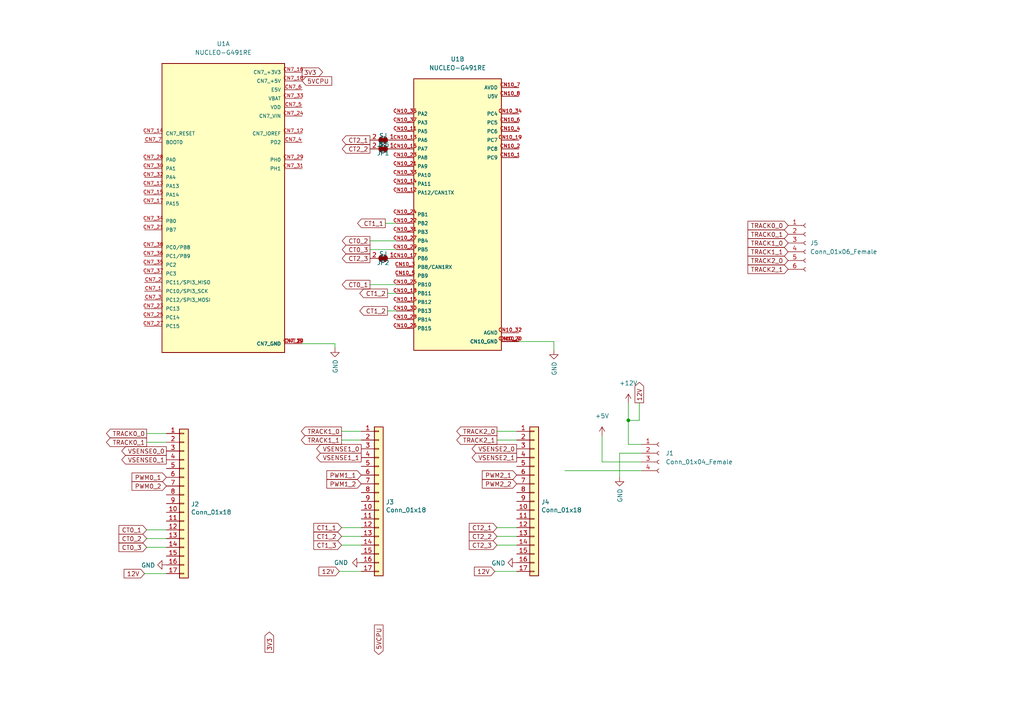
<source format=kicad_sch>
(kicad_sch (version 20211123) (generator eeschema)
  (paper "A4")
  (lib_symbols
    (symbol "Connector:Conn_01x04_Female" (pin_names (offset 1.016) hide)
      (property "Reference" "J" (at 0 5.08 0))
      (property "Value" "Conn_01x04_Female" (at 0 -7.62 0))
      (symbol "Conn_01x04_Female_1_1"
        (arc (start 0 -4.572) (mid -0.508 -5.08) (end 0 -5.588) (stroke (width 0.1524)))
        (arc (start 0 -2.032) (mid -0.508 -2.54) (end 0 -3.048) (stroke (width 0.1524)))
        (polyline (pts (xy -1.27 -5.08) (xy -0.508 -5.08)) (stroke (width 0.1524)))
        (polyline (pts (xy -1.27 -2.54) (xy -0.508 -2.54)) (stroke (width 0.1524)))
        (polyline (pts (xy -1.27 0) (xy -0.508 0)) (stroke (width 0.1524)))
        (polyline (pts (xy -1.27 2.54) (xy -0.508 2.54)) (stroke (width 0.1524)))
        (arc (start 0 0.508) (mid -0.508 0) (end 0 -0.508) (stroke (width 0.1524)))
        (arc (start 0 3.048) (mid -0.508 2.54) (end 0 2.032) (stroke (width 0.1524)))
        (pin passive line (at -5.08 2.54 0) (length 3.81) (name "Pin_1") (number "1"))
        (pin passive line (at -5.08 0 0) (length 3.81) (name "Pin_2") (number "2"))
        (pin passive line (at -5.08 -2.54 0) (length 3.81) (name "Pin_3") (number "3"))
        (pin passive line (at -5.08 -5.08 0) (length 3.81) (name "Pin_4") (number "4"))
      )
    )
    (symbol "Connector:Conn_01x06_Female" (pin_names (offset 1.016) hide)
      (property "Reference" "J" (at 0 7.62 0))
      (property "Value" "Conn_01x06_Female" (at 0 -10.16 0))
      (symbol "Conn_01x06_Female_1_1"
        (arc (start 0 -7.112) (mid -0.508 -7.62) (end 0 -8.128) (stroke (width 0.1524)))
        (arc (start 0 -4.572) (mid -0.508 -5.08) (end 0 -5.588) (stroke (width 0.1524)))
        (arc (start 0 -2.032) (mid -0.508 -2.54) (end 0 -3.048) (stroke (width 0.1524)))
        (polyline (pts (xy -1.27 -7.62) (xy -0.508 -7.62)) (stroke (width 0.1524)))
        (polyline (pts (xy -1.27 -5.08) (xy -0.508 -5.08)) (stroke (width 0.1524)))
        (polyline (pts (xy -1.27 -2.54) (xy -0.508 -2.54)) (stroke (width 0.1524)))
        (polyline (pts (xy -1.27 0) (xy -0.508 0)) (stroke (width 0.1524)))
        (polyline (pts (xy -1.27 2.54) (xy -0.508 2.54)) (stroke (width 0.1524)))
        (polyline (pts (xy -1.27 5.08) (xy -0.508 5.08)) (stroke (width 0.1524)))
        (arc (start 0 0.508) (mid -0.508 0) (end 0 -0.508) (stroke (width 0.1524)))
        (arc (start 0 3.048) (mid -0.508 2.54) (end 0 2.032) (stroke (width 0.1524)))
        (arc (start 0 5.588) (mid -0.508 5.08) (end 0 4.572) (stroke (width 0.1524)))
        (pin passive line (at -5.08 5.08 0) (length 3.81) (name "Pin_1") (number "1"))
        (pin passive line (at -5.08 2.54 0) (length 3.81) (name "Pin_2") (number "2"))
        (pin passive line (at -5.08 0 0) (length 3.81) (name "Pin_3") (number "3"))
        (pin passive line (at -5.08 -2.54 0) (length 3.81) (name "Pin_4") (number "4"))
        (pin passive line (at -5.08 -5.08 0) (length 3.81) (name "Pin_5") (number "5"))
        (pin passive line (at -5.08 -7.62 0) (length 3.81) (name "Pin_6") (number "6"))
      )
    )
    (symbol "Connector_Generic:Conn_01x17" (pin_names (offset 1.016) hide)
      (property "Reference" "J" (at 0 22.86 0))
      (property "Value" "Conn_01x17" (at 0 -22.86 0))
      (symbol "Conn_01x17_1_1"
        (rectangle (start -1.27 -20.193) (end 0 -20.447) (stroke (width 0.1524)))
        (rectangle (start -1.27 -17.653) (end 0 -17.907) (stroke (width 0.1524)))
        (rectangle (start -1.27 -15.113) (end 0 -15.367) (stroke (width 0.1524)))
        (rectangle (start -1.27 -12.573) (end 0 -12.827) (stroke (width 0.1524)))
        (rectangle (start -1.27 -10.033) (end 0 -10.287) (stroke (width 0.1524)))
        (rectangle (start -1.27 -7.493) (end 0 -7.747) (stroke (width 0.1524)))
        (rectangle (start -1.27 -4.953) (end 0 -5.207) (stroke (width 0.1524)))
        (rectangle (start -1.27 -2.413) (end 0 -2.667) (stroke (width 0.1524)))
        (rectangle (start -1.27 0.127) (end 0 -0.127) (stroke (width 0.1524)))
        (rectangle (start -1.27 2.667) (end 0 2.413) (stroke (width 0.1524)))
        (rectangle (start -1.27 5.207) (end 0 4.953) (stroke (width 0.1524)))
        (rectangle (start -1.27 7.747) (end 0 7.493) (stroke (width 0.1524)))
        (rectangle (start -1.27 10.287) (end 0 10.033) (stroke (width 0.1524)))
        (rectangle (start -1.27 12.827) (end 0 12.573) (stroke (width 0.1524)))
        (rectangle (start -1.27 15.367) (end 0 15.113) (stroke (width 0.1524)))
        (rectangle (start -1.27 17.907) (end 0 17.653) (stroke (width 0.1524)))
        (rectangle (start -1.27 20.447) (end 0 20.193) (stroke (width 0.1524)))
        (rectangle (start -1.27 21.59) (end 1.27 -21.59) (stroke (width 0.254)) (fill (type background)))
        (pin passive line (at -5.08 20.32 0) (length 3.81) (name "Pin_1") (number "1"))
        (pin passive line (at -5.08 -2.54 0) (length 3.81) (name "Pin_10") (number "10"))
        (pin passive line (at -5.08 -5.08 0) (length 3.81) (name "Pin_11") (number "11"))
        (pin passive line (at -5.08 -7.62 0) (length 3.81) (name "Pin_12") (number "12"))
        (pin passive line (at -5.08 -10.16 0) (length 3.81) (name "Pin_13") (number "13"))
        (pin passive line (at -5.08 -12.7 0) (length 3.81) (name "Pin_14") (number "14"))
        (pin passive line (at -5.08 -15.24 0) (length 3.81) (name "Pin_15") (number "15"))
        (pin passive line (at -5.08 -17.78 0) (length 3.81) (name "Pin_16") (number "16"))
        (pin passive line (at -5.08 -20.32 0) (length 3.81) (name "Pin_17") (number "17"))
        (pin passive line (at -5.08 17.78 0) (length 3.81) (name "Pin_2") (number "2"))
        (pin passive line (at -5.08 15.24 0) (length 3.81) (name "Pin_3") (number "3"))
        (pin passive line (at -5.08 12.7 0) (length 3.81) (name "Pin_4") (number "4"))
        (pin passive line (at -5.08 10.16 0) (length 3.81) (name "Pin_5") (number "5"))
        (pin passive line (at -5.08 7.62 0) (length 3.81) (name "Pin_6") (number "6"))
        (pin passive line (at -5.08 5.08 0) (length 3.81) (name "Pin_7") (number "7"))
        (pin passive line (at -5.08 2.54 0) (length 3.81) (name "Pin_8") (number "8"))
        (pin passive line (at -5.08 0 0) (length 3.81) (name "Pin_9") (number "9"))
      )
    )
    (symbol "Jumper:SolderJumper_2_Bridged" (pin_names (offset 0) hide)
      (property "Reference" "JP" (at 0 2.032 0))
      (property "Value" "SolderJumper_2_Bridged" (at 0 -2.54 0))
      (symbol "SolderJumper_2_Bridged_0_1"
        (rectangle (start -0.508 0.508) (end 0.508 -0.508) (fill (type outline)))
        (arc (start -0.254 1.016) (mid -1.27 0) (end -0.254 -1.016))
        (arc (start -0.254 1.016) (mid -1.27 0) (end -0.254 -1.016) (fill (type outline)))
        (polyline (pts (xy -0.254 1.016) (xy -0.254 -1.016)))
        (polyline (pts (xy 0.254 1.016) (xy 0.254 -1.016)))
        (arc (start 0.254 -1.016) (mid 1.27 0) (end 0.254 1.016))
        (arc (start 0.254 -1.016) (mid 1.27 0) (end 0.254 1.016) (fill (type outline)))
      )
      (symbol "SolderJumper_2_Bridged_1_1"
        (pin passive line (at -3.81 0 0) (length 2.54) (name "A") (number "1"))
        (pin passive line (at 3.81 0 180) (length 2.54) (name "B") (number "2"))
      )
    )
    (symbol "NUCLEO-G491RE_1" (pin_names (offset 1.016))
      (property "Reference" "U" (at -17.78 41.91 0))
      (property "Value" "NUCLEO-G491RE_1" (at -17.78 -44.45 0))
      (symbol "NUCLEO-G491RE_1_1_0"
        (rectangle (start -17.78 -43.18) (end 17.78 40.64) (stroke (width 0.254)) (fill (type background)))
        (pin bidirectional line (at -22.86 -25.4 0) (length 5.08) (name "PC10/SPI3_SCK") (number "CN7_1"))
        (pin bidirectional line (at 22.86 20.32 180) (length 5.08) (name "CN7_IOREF") (number "CN7_12"))
        (pin bidirectional line (at -22.86 5.08 0) (length 5.08) (name "PA13") (number "CN7_13"))
        (pin bidirectional line (at -22.86 20.32 0) (length 5.08) (name "CN7_RESET") (number "CN7_14"))
        (pin bidirectional line (at -22.86 2.54 0) (length 5.08) (name "PA14") (number "CN7_15"))
        (pin power_in line (at 22.86 38.1 180) (length 5.08) (name "CN7_+3V3") (number "CN7_16"))
        (pin bidirectional line (at -22.86 0 0) (length 5.08) (name "PA15") (number "CN7_17"))
        (pin power_in line (at 22.86 35.56 180) (length 5.08) (name "CN7_+5V") (number "CN7_18"))
        (pin power_in line (at 22.86 -40.64 180) (length 5.08) (name "CN7_GND") (number "CN7_19"))
        (pin bidirectional line (at -22.86 -22.86 0) (length 5.08) (name "PC11/SPI3_MISO") (number "CN7_2"))
        (pin power_in line (at 22.86 -40.64 180) (length 5.08) (name "CN7_GND") (number "CN7_20"))
        (pin bidirectional line (at -22.86 -7.62 0) (length 5.08) (name "PB7") (number "CN7_21"))
        (pin power_in line (at 22.86 -40.64 180) (length 5.08) (name "CN7_GND") (number "CN7_22"))
        (pin bidirectional line (at -22.86 -30.48 0) (length 5.08) (name "PC13") (number "CN7_23"))
        (pin power_in line (at 22.86 25.4 180) (length 5.08) (name "CN7_VIN") (number "CN7_24"))
        (pin bidirectional line (at -22.86 -33.02 0) (length 5.08) (name "PC14") (number "CN7_25"))
        (pin bidirectional line (at -22.86 -35.56 0) (length 5.08) (name "PC15") (number "CN7_27"))
        (pin bidirectional line (at -22.86 12.7 0) (length 5.08) (name "PA0") (number "CN7_28"))
        (pin bidirectional line (at 22.86 12.7 180) (length 5.08) (name "PH0") (number "CN7_29"))
        (pin bidirectional line (at -22.86 -27.94 0) (length 5.08) (name "PC12/SPI3_MOSI") (number "CN7_3"))
        (pin bidirectional line (at -22.86 10.16 0) (length 5.08) (name "PA1") (number "CN7_30"))
        (pin bidirectional line (at 22.86 10.16 180) (length 5.08) (name "PH1") (number "CN7_31"))
        (pin bidirectional line (at -22.86 7.62 0) (length 5.08) (name "PA4") (number "CN7_32"))
        (pin power_in line (at 22.86 30.48 180) (length 5.08) (name "VBAT") (number "CN7_33"))
        (pin bidirectional line (at -22.86 -5.08 0) (length 5.08) (name "PB0") (number "CN7_34"))
        (pin bidirectional line (at -22.86 -17.78 0) (length 5.08) (name "PC2") (number "CN7_35"))
        (pin bidirectional line (at -22.86 -15.24 0) (length 5.08) (name "PC1/PB9") (number "CN7_36"))
        (pin bidirectional line (at -22.86 -20.32 0) (length 5.08) (name "PC3") (number "CN7_37"))
        (pin bidirectional line (at -22.86 -12.7 0) (length 5.08) (name "PC0/PB8") (number "CN7_38"))
        (pin bidirectional line (at 22.86 17.78 180) (length 5.08) (name "PD2") (number "CN7_4"))
        (pin power_in line (at 22.86 27.94 180) (length 5.08) (name "VDD") (number "CN7_5"))
        (pin power_in line (at 22.86 33.02 180) (length 5.08) (name "E5V") (number "CN7_6"))
        (pin bidirectional line (at -22.86 17.78 0) (length 5.08) (name "BOOT0") (number "CN7_7"))
        (pin power_in line (at 22.86 -40.64 180) (length 5.08) (name "CN7_GND") (number "CN7_8"))
      )
      (symbol "NUCLEO-G491RE_1_2_0"
        (rectangle (start -12.7 -40.64) (end 12.7 38.1) (stroke (width 0.254)) (fill (type background)))
        (pin bidirectional line (at 17.78 15.24 180) (length 5.08) (name "PC9") (number "CN10_1"))
        (pin bidirectional line (at -17.78 22.86 0) (length 5.08) (name "PA5") (number "CN10_11"))
        (pin bidirectional line (at -17.78 5.08 0) (length 5.08) (name "PA12/CAN1TX") (number "CN10_12"))
        (pin bidirectional line (at -17.78 20.32 0) (length 5.08) (name "PA6") (number "CN10_13"))
        (pin bidirectional line (at -17.78 7.62 0) (length 5.08) (name "PA11") (number "CN10_14"))
        (pin bidirectional line (at -17.78 17.78 0) (length 5.08) (name "PA7") (number "CN10_15"))
        (pin bidirectional line (at -17.78 -22.86 0) (length 5.08) (name "PB12") (number "CN10_16"))
        (pin bidirectional line (at -17.78 -12.7 0) (length 5.08) (name "PB6") (number "CN10_17"))
        (pin bidirectional line (at 17.78 20.32 180) (length 5.08) (name "PC7") (number "CN10_19"))
        (pin bidirectional line (at 17.78 17.78 180) (length 5.08) (name "PC8") (number "CN10_2"))
        (pin power_in line (at 17.78 -38.1 180) (length 5.08) (name "CN10_GND") (number "CN10_20"))
        (pin bidirectional line (at -17.78 12.7 0) (length 5.08) (name "PA9") (number "CN10_21"))
        (pin bidirectional line (at -17.78 -2.54 0) (length 5.08) (name "PB2") (number "CN10_22"))
        (pin bidirectional line (at -17.78 15.24 0) (length 5.08) (name "PA8") (number "CN10_23"))
        (pin bidirectional line (at -17.78 0 0) (length 5.08) (name "PB1") (number "CN10_24"))
        (pin bidirectional line (at -17.78 -20.32 0) (length 5.08) (name "PB10") (number "CN10_25"))
        (pin bidirectional line (at -17.78 -30.48 0) (length 5.08) (name "PB15") (number "CN10_26"))
        (pin bidirectional line (at -17.78 -7.62 0) (length 5.08) (name "PB4") (number "CN10_27"))
        (pin bidirectional line (at -17.78 -27.94 0) (length 5.08) (name "PB14") (number "CN10_28"))
        (pin bidirectional line (at -17.78 -10.16 0) (length 5.08) (name "PB5") (number "CN10_29"))
        (pin bidirectional line (at -17.78 -15.24 0) (length 5.08) (name "PB8/CAN1RX") (number "CN10_3"))
        (pin bidirectional line (at -17.78 -25.4 0) (length 5.08) (name "PB13") (number "CN10_30"))
        (pin bidirectional line (at -17.78 -5.08 0) (length 5.08) (name "PB3") (number "CN10_31"))
        (pin power_in line (at 17.78 -35.56 180) (length 5.08) (name "AGND") (number "CN10_32"))
        (pin bidirectional line (at -17.78 10.16 0) (length 5.08) (name "PA10") (number "CN10_33"))
        (pin bidirectional line (at 17.78 27.94 180) (length 5.08) (name "PC4") (number "CN10_34"))
        (pin bidirectional line (at -17.78 27.94 0) (length 5.08) (name "PA2") (number "CN10_35"))
        (pin bidirectional line (at -17.78 25.4 0) (length 5.08) (name "PA3") (number "CN10_37"))
        (pin bidirectional line (at 17.78 22.86 180) (length 5.08) (name "PC6") (number "CN10_4"))
        (pin bidirectional line (at -17.78 -17.78 0) (length 5.08) (name "PB9") (number "CN10_5"))
        (pin bidirectional line (at 17.78 25.4 180) (length 5.08) (name "PC5") (number "CN10_6"))
        (pin power_in line (at 17.78 35.56 180) (length 5.08) (name "AVDD") (number "CN10_7"))
        (pin power_in line (at 17.78 33.02 180) (length 5.08) (name "U5V") (number "CN10_8"))
        (pin power_in line (at 17.78 -38.1 180) (length 5.08) (name "CN10_GND") (number "CN10_9"))
      )
      (symbol "NUCLEO-G491RE_1_3_0"
        (rectangle (start -15.24 -12.7) (end 15.24 10.16) (stroke (width 0.254)) (fill (type background)))
        (pin bidirectional line (at -20.32 -5.08 0) (length 5.08) (name "CN6_IOREF") (number "CN6_2"))
        (pin bidirectional line (at -20.32 -2.54 0) (length 5.08) (name "CN6_RESET") (number "CN6_3"))
        (pin power_in line (at 20.32 2.54 180) (length 5.08) (name "CN6_+3V3") (number "CN6_4"))
        (pin power_in line (at 20.32 5.08 180) (length 5.08) (name "CN6_+5V") (number "CN6_5"))
        (pin power_in line (at 20.32 -10.16 180) (length 5.08) (name "CN6_GND") (number "CN6_6"))
        (pin power_in line (at 20.32 -10.16 180) (length 5.08) (name "CN6_GND") (number "CN6_7"))
        (pin power_in line (at 20.32 7.62 180) (length 5.08) (name "CN6_VIN") (number "CN6_8"))
      )
      (symbol "NUCLEO-G491RE_1_4_0"
        (rectangle (start -5.08 -12.7) (end 5.08 12.7) (stroke (width 0.254)) (fill (type background)))
        (pin input line (at -10.16 10.16 0) (length 5.08) (name "D0") (number "CN9_1"))
        (pin output line (at -10.16 7.62 0) (length 5.08) (name "D1") (number "CN9_2"))
        (pin bidirectional line (at -10.16 2.54 0) (length 5.08) (name "D2") (number "CN9_3"))
        (pin bidirectional line (at -10.16 0 0) (length 5.08) (name "D3") (number "CN9_4"))
        (pin bidirectional line (at -10.16 -2.54 0) (length 5.08) (name "D4") (number "CN9_5"))
        (pin bidirectional line (at -10.16 -5.08 0) (length 5.08) (name "D5") (number "CN9_6"))
        (pin bidirectional line (at -10.16 -7.62 0) (length 5.08) (name "D6") (number "CN9_7"))
        (pin bidirectional line (at -10.16 -10.16 0) (length 5.08) (name "D7") (number "CN9_8"))
      )
      (symbol "NUCLEO-G491RE_1_5_0"
        (rectangle (start -5.08 -10.16) (end 5.08 7.62) (stroke (width 0.254)) (fill (type background)))
        (pin input line (at -10.16 5.08 0) (length 5.08) (name "A0") (number "CN8_1"))
        (pin input line (at -10.16 2.54 0) (length 5.08) (name "A1") (number "CN8_2"))
        (pin input line (at -10.16 0 0) (length 5.08) (name "A2") (number "CN8_3"))
        (pin input line (at -10.16 -2.54 0) (length 5.08) (name "A3") (number "CN8_4"))
        (pin input line (at -10.16 -5.08 0) (length 5.08) (name "A4") (number "CN8_5"))
        (pin input line (at -10.16 -7.62 0) (length 5.08) (name "A5") (number "CN8_6"))
      )
      (symbol "NUCLEO-G491RE_1_6_0"
        (rectangle (start -10.16 -17.78) (end 10.16 15.24) (stroke (width 0.254)) (fill (type background)))
        (pin bidirectional line (at -15.24 7.62 0) (length 5.08) (name "D8") (number "CN5_1"))
        (pin bidirectional clock (at -15.24 -10.16 0) (length 5.08) (name "D15") (number "CN5_10"))
        (pin bidirectional line (at -15.24 5.08 0) (length 5.08) (name "D9") (number "CN5_2"))
        (pin bidirectional line (at -15.24 2.54 0) (length 5.08) (name "D10") (number "CN5_3"))
        (pin bidirectional line (at -15.24 0 0) (length 5.08) (name "D11") (number "CN5_4"))
        (pin bidirectional line (at -15.24 -2.54 0) (length 5.08) (name "D12") (number "CN5_5"))
        (pin bidirectional clock (at -15.24 -5.08 0) (length 5.08) (name "D13") (number "CN5_6"))
        (pin power_in line (at 15.24 -15.24 180) (length 5.08) (name "CN5_GND") (number "CN5_7"))
        (pin power_in line (at 15.24 12.7 180) (length 5.08) (name "AREF") (number "CN5_8"))
        (pin bidirectional line (at -15.24 -7.62 0) (length 5.08) (name "D14") (number "CN5_9"))
      )
    )
    (symbol "nucleo64:NUCLEO-G491RE" (pin_names (offset 1.016))
      (property "Reference" "U1" (at 0 43.815 0))
      (property "Value" "NUCLEO-G491RE" (at 0 41.275 0))
      (symbol "NUCLEO-G491RE_1_0"
        (rectangle (start -17.78 -43.18) (end 17.78 40.64) (stroke (width 0.254)) (fill (type background)))
        (pin bidirectional line (at -22.86 -25.4 0) (length 5.08) (name "PC10") (number "CN7_1"))
        (pin bidirectional line (at 22.86 20.32 180) (length 5.08) (name "CN7_IOREF") (number "CN7_12"))
        (pin bidirectional line (at -22.86 5.08 0) (length 5.08) (name "PA13") (number "CN7_13"))
        (pin bidirectional line (at -22.86 20.32 0) (length 5.08) (name "CN7_RESET") (number "CN7_14"))
        (pin bidirectional line (at -22.86 2.54 0) (length 5.08) (name "PA14") (number "CN7_15"))
        (pin power_in line (at 22.86 38.1 180) (length 5.08) (name "CN7_+3V3") (number "CN7_16"))
        (pin bidirectional line (at -22.86 0 0) (length 5.08) (name "PA15") (number "CN7_17"))
        (pin power_in line (at 22.86 35.56 180) (length 5.08) (name "CN7_+5V") (number "CN7_18"))
        (pin power_in line (at 22.86 -40.64 180) (length 5.08) (name "CN7_GND") (number "CN7_19"))
        (pin bidirectional line (at -22.86 -22.86 0) (length 5.08) (name "PC11") (number "CN7_2"))
        (pin power_in line (at 22.86 -40.64 180) (length 5.08) (name "CN7_GND") (number "CN7_20"))
        (pin bidirectional line (at -22.86 -7.62 0) (length 5.08) (name "PB7") (number "CN7_21"))
        (pin power_in line (at 22.86 -40.64 180) (length 5.08) (name "CN7_GND") (number "CN7_22"))
        (pin bidirectional line (at -22.86 -30.48 0) (length 5.08) (name "PC13") (number "CN7_23"))
        (pin power_in line (at 22.86 25.4 180) (length 5.08) (name "CN7_VIN") (number "CN7_24"))
        (pin bidirectional line (at -22.86 -33.02 0) (length 5.08) (name "PC14") (number "CN7_25"))
        (pin bidirectional line (at -22.86 -35.56 0) (length 5.08) (name "PC15") (number "CN7_27"))
        (pin bidirectional line (at -22.86 12.7 0) (length 5.08) (name "PA0") (number "CN7_28"))
        (pin bidirectional line (at 22.86 12.7 180) (length 5.08) (name "PH0") (number "CN7_29"))
        (pin bidirectional line (at -22.86 -27.94 0) (length 5.08) (name "PC12") (number "CN7_3"))
        (pin bidirectional line (at -22.86 10.16 0) (length 5.08) (name "PA1") (number "CN7_30"))
        (pin bidirectional line (at 22.86 10.16 180) (length 5.08) (name "PH1") (number "CN7_31"))
        (pin bidirectional line (at -22.86 7.62 0) (length 5.08) (name "PA4") (number "CN7_32"))
        (pin power_in line (at 22.86 30.48 180) (length 5.08) (name "VBAT") (number "CN7_33"))
        (pin bidirectional line (at -22.86 -5.08 0) (length 5.08) (name "PB0") (number "CN7_34"))
        (pin bidirectional line (at -22.86 -17.78 0) (length 5.08) (name "PC2") (number "CN7_35"))
        (pin bidirectional line (at -22.86 -15.24 0) (length 5.08) (name "PC1/PB9") (number "CN7_36"))
        (pin bidirectional line (at -22.86 -20.32 0) (length 5.08) (name "PC3") (number "CN7_37"))
        (pin bidirectional line (at -22.86 -12.7 0) (length 5.08) (name "PC0/PB8") (number "CN7_38"))
        (pin bidirectional line (at 22.86 17.78 180) (length 5.08) (name "PD2") (number "CN7_4"))
        (pin power_in line (at 22.86 27.94 180) (length 5.08) (name "VDD") (number "CN7_5"))
        (pin power_in line (at 22.86 33.02 180) (length 5.08) (name "E5V") (number "CN7_6"))
        (pin bidirectional line (at -22.86 17.78 0) (length 5.08) (name "BOOT0") (number "CN7_7"))
        (pin power_in line (at 22.86 -40.64 180) (length 5.08) (name "CN7_GND") (number "CN7_8"))
      )
      (symbol "NUCLEO-G491RE_2_0"
        (rectangle (start -12.7 -40.64) (end 12.7 38.1) (stroke (width 0.254)) (fill (type background)))
        (pin bidirectional line (at 17.78 15.24 180) (length 5.08) (name "PC9") (number "CN10_1"))
        (pin bidirectional line (at -17.78 22.86 0) (length 5.08) (name "PA5") (number "CN10_11"))
        (pin bidirectional line (at -17.78 5.08 0) (length 5.08) (name "PA12/CAN1TX") (number "CN10_12"))
        (pin bidirectional line (at -17.78 20.32 0) (length 5.08) (name "PA6") (number "CN10_13"))
        (pin bidirectional line (at -17.78 7.62 0) (length 5.08) (name "PA11") (number "CN10_14"))
        (pin bidirectional line (at -17.78 17.78 0) (length 5.08) (name "PA7") (number "CN10_15"))
        (pin bidirectional line (at -17.78 -26.67 0) (length 5.08) (name "PB12") (number "CN10_16"))
        (pin bidirectional line (at -17.78 -13.97 0) (length 5.08) (name "PB6") (number "CN10_17"))
        (pin bidirectional line (at -17.78 -24.13 0) (length 5.08) (name "PB11") (number "CN10_18"))
        (pin bidirectional line (at 17.78 20.32 180) (length 5.08) (name "PC7") (number "CN10_19"))
        (pin bidirectional line (at 17.78 17.78 180) (length 5.08) (name "PC8") (number "CN10_2"))
        (pin power_in line (at 17.78 -38.1 180) (length 5.08) (name "CN10_GND") (number "CN10_20"))
        (pin bidirectional line (at -17.78 12.7 0) (length 5.08) (name "PA9") (number "CN10_21"))
        (pin bidirectional line (at -17.78 -3.81 0) (length 5.08) (name "PB2") (number "CN10_22"))
        (pin bidirectional line (at -17.78 15.24 0) (length 5.08) (name "PA8") (number "CN10_23"))
        (pin bidirectional line (at -17.78 -1.27 0) (length 5.08) (name "PB1") (number "CN10_24"))
        (pin bidirectional line (at -17.78 -21.59 0) (length 5.08) (name "PB10") (number "CN10_25"))
        (pin bidirectional line (at -17.78 -34.29 0) (length 5.08) (name "PB15") (number "CN10_26"))
        (pin bidirectional line (at -17.78 -8.89 0) (length 5.08) (name "PB4") (number "CN10_27"))
        (pin bidirectional line (at -17.78 -31.75 0) (length 5.08) (name "PB14") (number "CN10_28"))
        (pin bidirectional line (at -17.78 -11.43 0) (length 5.08) (name "PB5") (number "CN10_29"))
        (pin bidirectional line (at -17.78 -16.51 0) (length 5.08) (name "PB8/CAN1RX") (number "CN10_3"))
        (pin bidirectional line (at -17.78 -29.21 0) (length 5.08) (name "PB13") (number "CN10_30"))
        (pin bidirectional line (at -17.78 -6.35 0) (length 5.08) (name "PB3") (number "CN10_31"))
        (pin power_in line (at 17.78 -35.56 180) (length 5.08) (name "AGND") (number "CN10_32"))
        (pin bidirectional line (at -17.78 10.16 0) (length 5.08) (name "PA10") (number "CN10_33"))
        (pin bidirectional line (at 17.78 27.94 180) (length 5.08) (name "PC4") (number "CN10_34"))
        (pin bidirectional line (at -17.78 27.94 0) (length 5.08) (name "PA2") (number "CN10_35"))
        (pin bidirectional line (at -17.78 25.4 0) (length 5.08) (name "PA3") (number "CN10_37"))
        (pin bidirectional line (at 17.78 22.86 180) (length 5.08) (name "PC6") (number "CN10_4"))
        (pin bidirectional line (at -17.78 -19.05 0) (length 5.08) (name "PB9") (number "CN10_5"))
        (pin bidirectional line (at 17.78 25.4 180) (length 5.08) (name "PC5") (number "CN10_6"))
        (pin power_in line (at 17.78 35.56 180) (length 5.08) (name "AVDD") (number "CN10_7"))
        (pin power_in line (at 17.78 33.02 180) (length 5.08) (name "U5V") (number "CN10_8"))
        (pin power_in line (at 17.78 -38.1 180) (length 5.08) (name "CN10_GND") (number "CN10_9"))
      )
      (symbol "NUCLEO-G491RE_3_0"
        (rectangle (start -15.24 -12.7) (end 15.24 10.16) (stroke (width 0.254)) (fill (type background)))
        (pin bidirectional line (at -20.32 -5.08 0) (length 5.08) (name "CN6_IOREF") (number "CN6_2"))
        (pin bidirectional line (at -20.32 -2.54 0) (length 5.08) (name "CN6_RESET") (number "CN6_3"))
        (pin power_in line (at 20.32 2.54 180) (length 5.08) (name "CN6_+3V3") (number "CN6_4"))
        (pin power_in line (at 20.32 5.08 180) (length 5.08) (name "CN6_+5V") (number "CN6_5"))
        (pin power_in line (at 20.32 -10.16 180) (length 5.08) (name "CN6_GND") (number "CN6_6"))
        (pin power_in line (at 20.32 -10.16 180) (length 5.08) (name "CN6_GND") (number "CN6_7"))
        (pin power_in line (at 20.32 7.62 180) (length 5.08) (name "CN6_VIN") (number "CN6_8"))
      )
      (symbol "NUCLEO-G491RE_4_0"
        (rectangle (start -5.08 -12.7) (end 5.08 12.7) (stroke (width 0.254)) (fill (type background)))
        (pin input line (at -10.16 10.16 0) (length 5.08) (name "D0") (number "CN9_1"))
        (pin output line (at -10.16 7.62 0) (length 5.08) (name "D1") (number "CN9_2"))
        (pin bidirectional line (at -10.16 2.54 0) (length 5.08) (name "D2") (number "CN9_3"))
        (pin bidirectional line (at -10.16 0 0) (length 5.08) (name "D3") (number "CN9_4"))
        (pin bidirectional line (at -10.16 -2.54 0) (length 5.08) (name "D4") (number "CN9_5"))
        (pin bidirectional line (at -10.16 -5.08 0) (length 5.08) (name "D5") (number "CN9_6"))
        (pin bidirectional line (at -10.16 -7.62 0) (length 5.08) (name "D6") (number "CN9_7"))
        (pin bidirectional line (at -10.16 -10.16 0) (length 5.08) (name "D7") (number "CN9_8"))
      )
      (symbol "NUCLEO-G491RE_5_0"
        (rectangle (start -5.08 -10.16) (end 5.08 7.62) (stroke (width 0.254)) (fill (type background)))
        (pin input line (at -10.16 5.08 0) (length 5.08) (name "A0") (number "CN8_1"))
        (pin input line (at -10.16 2.54 0) (length 5.08) (name "A1") (number "CN8_2"))
        (pin input line (at -10.16 0 0) (length 5.08) (name "A2") (number "CN8_3"))
        (pin input line (at -10.16 -2.54 0) (length 5.08) (name "A3") (number "CN8_4"))
        (pin input line (at -10.16 -5.08 0) (length 5.08) (name "A4") (number "CN8_5"))
        (pin input line (at -10.16 -7.62 0) (length 5.08) (name "A5") (number "CN8_6"))
      )
      (symbol "NUCLEO-G491RE_6_0"
        (rectangle (start -10.16 -17.78) (end 10.16 15.24) (stroke (width 0.254)) (fill (type background)))
        (pin bidirectional line (at -15.24 7.62 0) (length 5.08) (name "D8") (number "CN5_1"))
        (pin bidirectional clock (at -15.24 -10.16 0) (length 5.08) (name "D15") (number "CN5_10"))
        (pin bidirectional line (at -15.24 5.08 0) (length 5.08) (name "D9") (number "CN5_2"))
        (pin bidirectional line (at -15.24 2.54 0) (length 5.08) (name "D10") (number "CN5_3"))
        (pin bidirectional line (at -15.24 0 0) (length 5.08) (name "D11") (number "CN5_4"))
        (pin bidirectional line (at -15.24 -2.54 0) (length 5.08) (name "D12") (number "CN5_5"))
        (pin bidirectional clock (at -15.24 -5.08 0) (length 5.08) (name "D13") (number "CN5_6"))
        (pin power_in line (at 15.24 -15.24 180) (length 5.08) (name "CN5_GND") (number "CN5_7"))
        (pin power_in line (at 15.24 12.7 180) (length 5.08) (name "AREF") (number "CN5_8"))
        (pin bidirectional line (at -15.24 -7.62 0) (length 5.08) (name "D14") (number "CN5_9"))
      )
    )
    (symbol "power:+12V" (power) (pin_names (offset 0))
      (property "Value" "+12V" (at 0 3.556 0))
      (symbol "+12V_0_1"
        (polyline (pts (xy -0.762 1.27) (xy 0 2.54)))
        (polyline (pts (xy 0 0) (xy 0 2.54)))
        (polyline (pts (xy 0 2.54) (xy 0.762 1.27)))
      )
      (symbol "+12V_1_1"
        (pin power_in line (at 0 0 90) (length 0) hide (name "+12V") (number "1"))
      )
    )
    (symbol "power:+5V" (power) (pin_names (offset 0))
      (property "Value" "+5V" (at 0 3.556 0))
      (symbol "+5V_0_1"
        (polyline (pts (xy -0.762 1.27) (xy 0 2.54)))
        (polyline (pts (xy 0 0) (xy 0 2.54)))
        (polyline (pts (xy 0 2.54) (xy 0.762 1.27)))
      )
      (symbol "+5V_1_1"
        (pin power_in line (at 0 0 90) (length 0) hide (name "+5V") (number "1"))
      )
    )
    (symbol "power:GND" (power) (pin_names (offset 0))
      (property "Value" "GND" (at 0 -3.81 0))
      (symbol "GND_0_1"
        (polyline (pts (xy 0 0) (xy 0 -1.27) (xy 1.27 -1.27) (xy 0 -2.54) (xy -1.27 -1.27) (xy 0 -1.27)))
      )
      (symbol "GND_1_1"
        (pin power_in line (at 0 0 270) (length 0) hide (name "GND") (number "1"))
      )
    )
  )
  (junction (at 182.245 121.92))
  (wire (pts (xy 144.145 155.575) (xy 149.86 155.575)))
  (wire (pts (xy 163.83 136.525) (xy 186.055 136.525)))
  (wire (pts (xy 112.395 90.17) (xy 114.935 90.17)))
  (wire (pts (xy 104.775 165.735) (xy 98.425 165.735)))
  (wire (pts (xy 107.315 72.39) (xy 114.935 72.39)))
  (wire (pts (xy 48.26 166.37) (xy 41.91 166.37)))
  (wire (pts (xy 42.545 156.21) (xy 48.26 156.21)))
  (wire (pts (xy 179.705 138.43) (xy 179.705 131.445)))
  (wire (pts (xy 179.705 131.445) (xy 186.055 131.445)))
  (wire (pts (xy 185.42 121.92) (xy 182.245 121.92)))
  (wire (pts (xy 144.145 158.115) (xy 149.86 158.115)))
  (wire (pts (xy 42.545 128.27) (xy 48.26 128.27)))
  (wire (pts (xy 144.145 125.095) (xy 149.86 125.095)))
  (wire (pts (xy 150.495 99.06) (xy 160.655 99.06)))
  (wire (pts (xy 149.86 165.735) (xy 143.51 165.735)))
  (wire (pts (xy 174.625 133.985) (xy 186.055 133.985)))
  (wire (pts (xy 185.42 116.84) (xy 185.42 121.92)))
  (wire (pts (xy 99.06 153.035) (xy 104.775 153.035)))
  (wire (pts (xy 87.63 99.695) (xy 97.155 99.695)))
  (wire (pts (xy 174.625 126.365) (xy 174.625 133.985)))
  (wire (pts (xy 42.545 125.73) (xy 48.26 125.73)))
  (wire (pts (xy 99.06 158.115) (xy 104.775 158.115)))
  (wire (pts (xy 182.245 128.905) (xy 186.055 128.905)))
  (wire (pts (xy 42.545 153.67) (xy 48.26 153.67)))
  (wire (pts (xy 107.315 82.55) (xy 114.935 82.55)))
  (wire (pts (xy 160.655 99.06) (xy 160.655 101.6)))
  (wire (pts (xy 99.06 155.575) (xy 104.775 155.575)))
  (wire (pts (xy 144.145 153.035) (xy 149.86 153.035)))
  (wire (pts (xy 144.145 127.635) (xy 149.86 127.635)))
  (wire (pts (xy 99.06 127.635) (xy 104.775 127.635)))
  (wire (pts (xy 107.315 69.85) (xy 114.935 69.85)))
  (wire (pts (xy 182.245 121.92) (xy 182.245 116.84)))
  (wire (pts (xy 42.545 158.75) (xy 48.26 158.75)))
  (wire (pts (xy 99.06 125.095) (xy 104.775 125.095)))
  (wire (pts (xy 112.395 85.09) (xy 114.935 85.09)))
  (wire (pts (xy 111.76 64.77) (xy 114.935 64.77)))
  (wire (pts (xy 97.155 99.695) (xy 97.155 100.965)))
  (wire (pts (xy 182.245 121.92) (xy 182.245 128.905)))
  (global_label "CT1_2" (shape input) (at 99.06 155.575 180) (property "Intersheet References" "${INTERSHEET_REFS}" (effects hide)))
  (global_label "CT1_2" (shape output) (at 112.395 85.09 180) (property "Intersheet References" "${INTERSHEET_REFS}" (effects hide)))
  (global_label "CT0_1" (shape input) (at 42.545 153.67 180) (property "Intersheet References" "${INTERSHEET_REFS}" (effects hide)))
  (global_label "PWM2_2" (shape input) (at 149.86 140.335 180) (property "Intersheet References" "${INTERSHEET_REFS}" (effects hide)))
  (global_label "CT0_2" (shape output) (at 107.315 69.85 180) (property "Intersheet References" "${INTERSHEET_REFS}" (effects hide)))
  (global_label "TRACK1_1" (shape input) (at 228.6 73.025 180) (property "Intersheet References" "${INTERSHEET_REFS}" (effects hide)))
  (global_label "PWM0_2" (shape input) (at 48.26 140.97 180) (property "Intersheet References" "${INTERSHEET_REFS}" (effects hide)))
  (global_label "5VCPU" (shape input) (at 87.63 23.495 0) (property "Intersheet References" "${INTERSHEET_REFS}" (effects hide)))
  (global_label "PWM1_2" (shape input) (at 104.775 140.335 180) (property "Intersheet References" "${INTERSHEET_REFS}" (effects hide)))
  (global_label "TRACK1_1" (shape output) (at 99.06 127.635 180) (property "Intersheet References" "${INTERSHEET_REFS}" (effects hide)))
  (global_label "5VCPU" (shape input) (at 109.855 189.865 90) (property "Intersheet References" "${INTERSHEET_REFS}" (effects hide)))
  (global_label "TRACK0_1" (shape input) (at 228.6 67.945 180) (property "Intersheet References" "${INTERSHEET_REFS}" (effects hide)))
  (global_label "VSENSE0_0" (shape output) (at 48.26 130.81 180) (property "Intersheet References" "${INTERSHEET_REFS}" (effects hide)))
  (global_label "TRACK2_1" (shape output) (at 144.145 127.635 180) (property "Intersheet References" "${INTERSHEET_REFS}" (effects hide)))
  (global_label "TRACK2_0" (shape output) (at 144.145 125.095 180) (property "Intersheet References" "${INTERSHEET_REFS}" (effects hide)))
  (global_label "CT2_1" (shape output) (at 107.315 40.64 180) (property "Intersheet References" "${INTERSHEET_REFS}" (effects hide)))
  (global_label "CT0_3" (shape output) (at 107.315 72.39 180) (property "Intersheet References" "${INTERSHEET_REFS}" (effects hide)))
  (global_label "12V" (shape input) (at 98.425 165.735 180) (property "Intersheet References" "${INTERSHEET_REFS}" (effects hide)))
  (global_label "PWM2_1" (shape input) (at 149.86 137.795 180) (property "Intersheet References" "${INTERSHEET_REFS}" (effects hide)))
  (global_label "TRACK0_0" (shape input) (at 228.6 65.405 180) (property "Intersheet References" "${INTERSHEET_REFS}" (effects hide)))
  (global_label "TRACK2_1" (shape input) (at 228.6 78.105 180) (property "Intersheet References" "${INTERSHEET_REFS}" (effects hide)))
  (global_label "CT2_3" (shape input) (at 144.145 158.115 180) (property "Intersheet References" "${INTERSHEET_REFS}" (effects hide)))
  (global_label "CT2_2" (shape output) (at 107.315 43.18 180) (property "Intersheet References" "${INTERSHEET_REFS}" (effects hide)))
  (global_label "VSENSE2_1" (shape output) (at 149.86 132.715 180) (property "Intersheet References" "${INTERSHEET_REFS}" (effects hide)))
  (global_label "CT2_3" (shape output) (at 107.315 74.93 180) (property "Intersheet References" "${INTERSHEET_REFS}" (effects hide)))
  (global_label "VSENSE1_0" (shape output) (at 104.775 130.175 180) (property "Intersheet References" "${INTERSHEET_REFS}" (effects hide)))
  (global_label "12V" (shape output) (at 185.42 116.84 90) (property "Intersheet References" "${INTERSHEET_REFS}" (effects hide)))
  (global_label "TRACK1_0" (shape input) (at 228.6 70.485 180) (property "Intersheet References" "${INTERSHEET_REFS}" (effects hide)))
  (global_label "TRACK1_0" (shape output) (at 99.06 125.095 180) (property "Intersheet References" "${INTERSHEET_REFS}" (effects hide)))
  (global_label "12V" (shape input) (at 41.91 166.37 180) (property "Intersheet References" "${INTERSHEET_REFS}" (effects hide)))
  (global_label "CT0_2" (shape input) (at 42.545 156.21 180) (property "Intersheet References" "${INTERSHEET_REFS}" (effects hide)))
  (global_label "3V3" (shape output) (at 87.63 20.955 0) (property "Intersheet References" "${INTERSHEET_REFS}" (effects hide)))
  (global_label "CT1_3" (shape input) (at 99.06 158.115 180) (property "Intersheet References" "${INTERSHEET_REFS}" (effects hide)))
  (global_label "TRACK0_0" (shape output) (at 42.545 125.73 180) (property "Intersheet References" "${INTERSHEET_REFS}" (effects hide)))
  (global_label "VSENSE2_0" (shape output) (at 149.86 130.175 180) (property "Intersheet References" "${INTERSHEET_REFS}" (effects hide)))
  (global_label "CT0_3" (shape input) (at 42.545 158.75 180) (property "Intersheet References" "${INTERSHEET_REFS}" (effects hide)))
  (global_label "CT1_1" (shape input) (at 99.06 153.035 180) (property "Intersheet References" "${INTERSHEET_REFS}" (effects hide)))
  (global_label "TRACK0_1" (shape output) (at 42.545 128.27 180) (property "Intersheet References" "${INTERSHEET_REFS}" (effects hide)))
  (global_label "CT0_1" (shape output) (at 107.315 82.55 180) (property "Intersheet References" "${INTERSHEET_REFS}" (effects hide)))
  (global_label "VSENSE1_1" (shape output) (at 104.775 132.715 180) (property "Intersheet References" "${INTERSHEET_REFS}" (effects hide)))
  (global_label "CT1_1" (shape output) (at 111.76 64.77 180) (property "Intersheet References" "${INTERSHEET_REFS}" (effects hide)))
  (global_label "TRACK2_0" (shape input) (at 228.6 75.565 180) (property "Intersheet References" "${INTERSHEET_REFS}" (effects hide)))
  (global_label "CT2_2" (shape input) (at 144.145 155.575 180) (property "Intersheet References" "${INTERSHEET_REFS}" (effects hide)))
  (global_label "VSENSE0_1" (shape output) (at 48.26 133.35 180) (property "Intersheet References" "${INTERSHEET_REFS}" (effects hide)))
  (global_label "3V3" (shape output) (at 78.105 189.23 90) (property "Intersheet References" "${INTERSHEET_REFS}" (effects hide)))
  (global_label "PWM1_1" (shape input) (at 104.775 137.795 180) (property "Intersheet References" "${INTERSHEET_REFS}" (effects hide)))
  (global_label "CT1_2" (shape output) (at 112.395 90.17 180) (property "Intersheet References" "${INTERSHEET_REFS}" (effects hide)))
  (global_label "CT2_1" (shape input) (at 144.145 153.035 180) (property "Intersheet References" "${INTERSHEET_REFS}" (effects hide)))
  (global_label "PWM0_1" (shape input) (at 48.26 138.43 180) (property "Intersheet References" "${INTERSHEET_REFS}" (effects hide)))
  (global_label "12V" (shape input) (at 143.51 165.735 180) (property "Intersheet References" "${INTERSHEET_REFS}" (effects hide)))
  (symbol (lib_id "Connector_Generic:Conn_01x17") (at 53.34 146.05 0) (unit 1)
    (property "Reference" "J2" (at 55.372 146.2532 0) (effects (justify left)))
    (property "Value" "Conn_01x18" (at 55.372 148.5646 0) (effects (justify left)))
    (property "Footprint" "Connector_PinHeader_2.54mm:PinHeader_1x17_P2.54mm_Vertical" (effects hide))
  )
  (symbol (lib_id "power:GND") (at 97.155 100.965 0) (unit 1)
    (property "Reference" "#PWR0102" (effects hide))
    (property "Value" "GND" (at 97.282 104.2162 90) (effects (justify right)))
  )
  (symbol (lib_id "Jumper:SolderJumper_2_Bridged") (at 111.125 74.93 180) (unit 1)
    (property "Reference" "JP2" (at 111.125 76.2 0))
    (property "Value" "SJ" (at 111.125 73.66 0))
    (property "Footprint" "Connector_PinHeader_2.54mm:PinHeader_1x02_P2.54mm_Vertical" (effects hide))
  )
  (symbol (lib_id "Connector:Conn_01x06_Female") (at 233.68 70.485 0) (unit 1)
    (property "Reference" "J5" (at 234.95 70.4849 0) (effects (justify left)))
    (property "Value" "Conn_01x06_Female" (at 234.95 73.0249 0) (effects (justify left)))
    (property "Footprint" "Connector_PinHeader_2.54mm:PinHeader_1x06_P2.54mm_Vertical" (effects hide))
  )
  (symbol (lib_name "NUCLEO-G491RE_1") (lib_id "nucleo64:NUCLEO-G491RE") (at 64.77 59.055 0) (unit 1)
    (property "Reference" "U1" (at 64.77 12.7 0))
    (property "Value" "NUCLEO-G491RE" (at 64.77 15.24 0))
    (property "Footprint" "nucleo-64:MODULE_NUCLEO-G491REnoard" (effects hide))
    (property "MANUFACTURER" "STMicroelectronics" (effects hide))
    (property "PARTREV" "13" (effects hide))
    (property "STANDARD" "Manufacturer Recommendations" (effects hide))
  )
  (symbol (lib_id "power:GND") (at 48.26 163.83 270) (unit 1)
    (property "Reference" "#PWR0104" (effects hide))
    (property "Value" "GND" (at 45.0088 163.957 90) (effects (justify right)))
  )
  (symbol (lib_id "nucleo64:NUCLEO-G491RE") (at 132.715 60.96 0) (unit 2)
    (property "Reference" "U1" (at 132.715 17.145 0))
    (property "Value" "NUCLEO-G491RE" (at 132.715 19.685 0))
    (property "Footprint" "nucleo-64:MODULE_NUCLEO-G491REnoard" (effects hide))
    (property "MANUFACTURER" "STMicroelectronics" (effects hide))
    (property "PARTREV" "13" (effects hide))
    (property "STANDARD" "Manufacturer Recommendations" (effects hide))
  )
  (symbol (lib_id "Jumper:SolderJumper_2_Bridged") (at 111.125 43.18 180) (unit 1)
    (property "Reference" "JP1" (at 111.125 44.45 0))
    (property "Value" "SJ" (at 111.125 41.91 0))
    (property "Footprint" "Connector_PinHeader_2.54mm:PinHeader_1x02_P2.54mm_Vertical" (effects hide))
  )
  (symbol (lib_id "power:+12V") (at 182.245 116.84 0) (unit 1)
    (property "Reference" "#PWR0109" (effects hide))
    (property "Value" "+12V" (at 182.245 111.125 0))
  )
  (symbol (lib_id "power:GND") (at 160.655 101.6 0) (unit 1)
    (property "Reference" "#PWR0101" (effects hide))
    (property "Value" "GND" (at 160.782 104.8512 90) (effects (justify right)))
  )
  (symbol (lib_id "power:GND") (at 179.705 138.43 0) (unit 1)
    (property "Reference" "#PWR0111" (effects hide))
    (property "Value" "GND" (at 179.832 141.6812 90) (effects (justify right)))
  )
  (symbol (lib_id "Connector_Generic:Conn_01x17") (at 109.855 145.415 0) (unit 1)
    (property "Reference" "J3" (at 111.887 145.6182 0) (effects (justify left)))
    (property "Value" "Conn_01x18" (at 111.887 147.9296 0) (effects (justify left)))
    (property "Footprint" "Connector_PinHeader_2.54mm:PinHeader_1x17_P2.54mm_Vertical" (effects hide))
  )
  (symbol (lib_id "power:GND") (at 149.86 163.195 270) (unit 1)
    (property "Reference" "#PWR0103" (effects hide))
    (property "Value" "GND" (at 146.6088 163.322 90) (effects (justify right)))
  )
  (symbol (lib_id "Connector:Conn_01x04_Female") (at 191.135 131.445 0) (unit 1)
    (property "Reference" "J1" (at 193.04 131.4449 0) (effects (justify left)))
    (property "Value" "Conn_01x04_Female" (at 193.04 133.9849 0) (effects (justify left)))
    (property "Footprint" "Connector_PinHeader_2.54mm:PinHeader_1x04_P2.54mm_Vertical" (effects hide))
  )
  (symbol (lib_id "power:+5V") (at 174.625 126.365 0) (unit 1)
    (property "Reference" "#PWR0110" (effects hide))
    (property "Value" "+5V" (at 174.625 120.65 0))
  )
  (symbol (lib_id "power:GND") (at 104.775 163.195 270) (unit 1)
    (property "Reference" "#PWR0105" (effects hide))
    (property "Value" "GND" (at 100.965 163.195 90) (effects (justify right)))
  )
  (symbol (lib_id "Connector_Generic:Conn_01x17") (at 154.94 145.415 0) (unit 1)
    (property "Reference" "J4" (at 156.972 145.6182 0) (effects (justify left)))
    (property "Value" "Conn_01x18" (at 156.972 147.9296 0) (effects (justify left)))
    (property "Footprint" "Connector_PinHeader_2.54mm:PinHeader_1x17_P2.54mm_Vertical" (effects hide))
  )
  (symbol (lib_id "Jumper:SolderJumper_2_Bridged") (at 111.125 40.64 180) (unit 1)
    (property "Reference" "JP5" (at 111.125 41.91 0))
    (property "Value" "SJ" (at 111.125 39.37 0))
    (property "Footprint" "Connector_PinHeader_2.54mm:PinHeader_1x02_P2.54mm_Vertical" (effects hide))
  )
)
</source>
